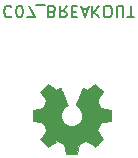
<source format=gbr>
G04 #@! TF.GenerationSoftware,KiCad,Pcbnew,5.1.5-52549c5~86~ubuntu18.04.1*
G04 #@! TF.CreationDate,2020-09-21T15:28:05-05:00*
G04 #@! TF.ProjectId,C07,4330372e-6b69-4636-9164-5f7063625858,rev?*
G04 #@! TF.SameCoordinates,Original*
G04 #@! TF.FileFunction,Legend,Bot*
G04 #@! TF.FilePolarity,Positive*
%FSLAX46Y46*%
G04 Gerber Fmt 4.6, Leading zero omitted, Abs format (unit mm)*
G04 Created by KiCad (PCBNEW 5.1.5-52549c5~86~ubuntu18.04.1) date 2020-09-21 15:28:05*
%MOMM*%
%LPD*%
G04 APERTURE LIST*
%ADD10C,0.150000*%
%ADD11C,0.010000*%
G04 APERTURE END LIST*
D10*
X23995666Y-37793657D02*
X23948047Y-37746038D01*
X23805190Y-37698419D01*
X23709952Y-37698419D01*
X23567095Y-37746038D01*
X23471857Y-37841276D01*
X23424238Y-37936514D01*
X23376619Y-38126990D01*
X23376619Y-38269847D01*
X23424238Y-38460323D01*
X23471857Y-38555561D01*
X23567095Y-38650800D01*
X23709952Y-38698419D01*
X23805190Y-38698419D01*
X23948047Y-38650800D01*
X23995666Y-38603180D01*
X24614714Y-38698419D02*
X24709952Y-38698419D01*
X24805190Y-38650800D01*
X24852809Y-38603180D01*
X24900428Y-38507942D01*
X24948047Y-38317466D01*
X24948047Y-38079371D01*
X24900428Y-37888895D01*
X24852809Y-37793657D01*
X24805190Y-37746038D01*
X24709952Y-37698419D01*
X24614714Y-37698419D01*
X24519476Y-37746038D01*
X24471857Y-37793657D01*
X24424238Y-37888895D01*
X24376619Y-38079371D01*
X24376619Y-38317466D01*
X24424238Y-38507942D01*
X24471857Y-38603180D01*
X24519476Y-38650800D01*
X24614714Y-38698419D01*
X25281380Y-38698419D02*
X25948047Y-38698419D01*
X25519476Y-37698419D01*
X26090904Y-37603180D02*
X26852809Y-37603180D01*
X27424238Y-38222228D02*
X27567095Y-38174609D01*
X27614714Y-38126990D01*
X27662333Y-38031752D01*
X27662333Y-37888895D01*
X27614714Y-37793657D01*
X27567095Y-37746038D01*
X27471857Y-37698419D01*
X27090904Y-37698419D01*
X27090904Y-38698419D01*
X27424238Y-38698419D01*
X27519476Y-38650800D01*
X27567095Y-38603180D01*
X27614714Y-38507942D01*
X27614714Y-38412704D01*
X27567095Y-38317466D01*
X27519476Y-38269847D01*
X27424238Y-38222228D01*
X27090904Y-38222228D01*
X28662333Y-37698419D02*
X28329000Y-38174609D01*
X28090904Y-37698419D02*
X28090904Y-38698419D01*
X28471857Y-38698419D01*
X28567095Y-38650800D01*
X28614714Y-38603180D01*
X28662333Y-38507942D01*
X28662333Y-38365085D01*
X28614714Y-38269847D01*
X28567095Y-38222228D01*
X28471857Y-38174609D01*
X28090904Y-38174609D01*
X29090904Y-38222228D02*
X29424238Y-38222228D01*
X29567095Y-37698419D02*
X29090904Y-37698419D01*
X29090904Y-38698419D01*
X29567095Y-38698419D01*
X29948047Y-37984133D02*
X30424238Y-37984133D01*
X29852809Y-37698419D02*
X30186142Y-38698419D01*
X30519476Y-37698419D01*
X30852809Y-37698419D02*
X30852809Y-38698419D01*
X31424238Y-37698419D02*
X30995666Y-38269847D01*
X31424238Y-38698419D02*
X30852809Y-38126990D01*
X32043285Y-38698419D02*
X32233761Y-38698419D01*
X32329000Y-38650800D01*
X32424238Y-38555561D01*
X32471857Y-38365085D01*
X32471857Y-38031752D01*
X32424238Y-37841276D01*
X32329000Y-37746038D01*
X32233761Y-37698419D01*
X32043285Y-37698419D01*
X31948047Y-37746038D01*
X31852809Y-37841276D01*
X31805190Y-38031752D01*
X31805190Y-38365085D01*
X31852809Y-38555561D01*
X31948047Y-38650800D01*
X32043285Y-38698419D01*
X32900428Y-38698419D02*
X32900428Y-37888895D01*
X32948047Y-37793657D01*
X32995666Y-37746038D01*
X33090904Y-37698419D01*
X33281380Y-37698419D01*
X33376619Y-37746038D01*
X33424238Y-37793657D01*
X33471857Y-37888895D01*
X33471857Y-38698419D01*
X33805190Y-38698419D02*
X34376619Y-38698419D01*
X34090904Y-37698419D02*
X34090904Y-38698419D01*
D11*
G36*
X29638814Y-49825869D02*
G01*
X29722635Y-49381245D01*
X30031920Y-49253747D01*
X30341206Y-49126249D01*
X30712246Y-49378554D01*
X30816157Y-49448804D01*
X30910087Y-49511528D01*
X30989652Y-49563862D01*
X31050470Y-49602943D01*
X31088157Y-49625907D01*
X31098421Y-49630858D01*
X31116910Y-49618124D01*
X31156420Y-49582918D01*
X31212522Y-49529738D01*
X31280787Y-49463082D01*
X31356786Y-49387446D01*
X31436092Y-49307328D01*
X31514275Y-49227226D01*
X31586907Y-49151636D01*
X31649559Y-49085055D01*
X31697803Y-49031982D01*
X31727210Y-48996913D01*
X31734241Y-48985177D01*
X31724123Y-48963540D01*
X31695759Y-48916138D01*
X31652129Y-48847607D01*
X31596218Y-48762585D01*
X31531006Y-48665707D01*
X31493219Y-48610450D01*
X31424343Y-48509552D01*
X31363140Y-48418501D01*
X31312578Y-48341830D01*
X31275628Y-48284072D01*
X31255258Y-48249757D01*
X31252197Y-48242546D01*
X31259136Y-48222052D01*
X31278051Y-48174287D01*
X31306087Y-48105968D01*
X31340391Y-48023811D01*
X31378109Y-47934530D01*
X31416387Y-47844842D01*
X31452370Y-47761462D01*
X31483206Y-47691106D01*
X31506039Y-47640490D01*
X31518017Y-47616329D01*
X31518724Y-47615378D01*
X31537531Y-47610764D01*
X31587618Y-47600472D01*
X31663793Y-47585513D01*
X31760865Y-47566899D01*
X31873643Y-47545641D01*
X31939442Y-47533382D01*
X32059950Y-47510438D01*
X32168797Y-47488605D01*
X32260476Y-47469078D01*
X32329481Y-47453052D01*
X32370304Y-47441721D01*
X32378511Y-47438126D01*
X32386548Y-47413794D01*
X32393033Y-47358841D01*
X32397970Y-47279692D01*
X32401364Y-47182774D01*
X32403218Y-47074513D01*
X32403538Y-46961335D01*
X32402327Y-46849665D01*
X32399590Y-46745932D01*
X32395331Y-46656559D01*
X32389555Y-46587974D01*
X32382267Y-46546603D01*
X32377895Y-46537990D01*
X32351764Y-46527667D01*
X32296393Y-46512908D01*
X32219107Y-46495448D01*
X32127230Y-46477020D01*
X32095158Y-46471059D01*
X31940524Y-46442734D01*
X31818375Y-46419924D01*
X31724673Y-46401720D01*
X31655384Y-46387217D01*
X31606471Y-46375508D01*
X31573897Y-46365685D01*
X31553628Y-46356844D01*
X31541626Y-46348076D01*
X31539947Y-46346343D01*
X31523184Y-46318429D01*
X31497614Y-46264105D01*
X31465788Y-46190023D01*
X31430260Y-46102835D01*
X31393583Y-46009192D01*
X31358311Y-45915748D01*
X31326996Y-45829153D01*
X31302193Y-45756060D01*
X31286454Y-45703122D01*
X31282332Y-45676989D01*
X31282676Y-45676074D01*
X31296641Y-45654714D01*
X31328322Y-45607716D01*
X31374391Y-45539973D01*
X31431518Y-45456377D01*
X31496373Y-45361818D01*
X31514843Y-45334946D01*
X31580699Y-45237525D01*
X31638650Y-45148637D01*
X31685538Y-45073388D01*
X31718207Y-45016880D01*
X31733500Y-44984219D01*
X31734241Y-44980207D01*
X31721392Y-44959116D01*
X31685888Y-44917336D01*
X31632293Y-44859355D01*
X31565171Y-44789665D01*
X31489087Y-44712755D01*
X31408604Y-44633117D01*
X31328287Y-44555239D01*
X31252699Y-44483614D01*
X31186405Y-44422730D01*
X31133969Y-44377079D01*
X31099955Y-44351150D01*
X31090545Y-44346917D01*
X31068643Y-44356888D01*
X31023800Y-44383780D01*
X30963321Y-44423064D01*
X30916789Y-44454683D01*
X30832475Y-44512702D01*
X30732626Y-44581016D01*
X30632473Y-44649221D01*
X30578627Y-44685725D01*
X30396371Y-44809000D01*
X30243381Y-44726280D01*
X30173682Y-44690041D01*
X30114414Y-44661874D01*
X30074311Y-44645809D01*
X30064103Y-44643574D01*
X30051829Y-44660078D01*
X30027613Y-44706718D01*
X29993263Y-44779191D01*
X29950588Y-44873194D01*
X29901394Y-44984426D01*
X29847490Y-45108585D01*
X29790684Y-45241368D01*
X29732782Y-45378473D01*
X29675593Y-45515598D01*
X29620924Y-45648442D01*
X29570584Y-45772702D01*
X29526380Y-45884075D01*
X29490119Y-45978261D01*
X29463609Y-46050956D01*
X29448658Y-46097859D01*
X29446254Y-46113967D01*
X29465311Y-46134514D01*
X29507036Y-46167867D01*
X29562706Y-46207098D01*
X29567378Y-46210201D01*
X29711264Y-46325377D01*
X29827283Y-46459747D01*
X29914430Y-46609016D01*
X29971699Y-46768887D01*
X29998086Y-46935063D01*
X29992585Y-47103248D01*
X29954190Y-47269145D01*
X29881895Y-47428458D01*
X29860626Y-47463313D01*
X29749996Y-47604063D01*
X29619302Y-47717086D01*
X29473064Y-47801797D01*
X29315808Y-47857606D01*
X29152057Y-47883926D01*
X28986333Y-47880170D01*
X28823162Y-47845750D01*
X28667065Y-47780077D01*
X28522567Y-47682565D01*
X28477869Y-47642987D01*
X28364112Y-47519097D01*
X28281218Y-47388676D01*
X28224356Y-47242485D01*
X28192687Y-47097712D01*
X28184869Y-46934940D01*
X28210938Y-46771360D01*
X28268245Y-46612502D01*
X28354144Y-46463894D01*
X28465986Y-46331065D01*
X28601123Y-46219544D01*
X28618883Y-46207789D01*
X28675150Y-46169292D01*
X28717923Y-46135937D01*
X28738372Y-46114640D01*
X28738669Y-46113967D01*
X28734279Y-46090929D01*
X28716876Y-46038643D01*
X28688268Y-45961410D01*
X28650265Y-45863532D01*
X28604674Y-45749309D01*
X28553303Y-45623042D01*
X28497962Y-45489033D01*
X28440458Y-45351582D01*
X28382601Y-45214992D01*
X28326198Y-45083563D01*
X28273058Y-44961595D01*
X28224990Y-44853391D01*
X28183801Y-44763251D01*
X28151301Y-44695477D01*
X28129297Y-44654370D01*
X28120436Y-44643574D01*
X28093360Y-44651981D01*
X28042697Y-44674528D01*
X27977183Y-44707187D01*
X27941159Y-44726280D01*
X27788168Y-44809000D01*
X27605912Y-44685725D01*
X27512875Y-44622572D01*
X27411015Y-44553073D01*
X27315562Y-44487635D01*
X27267750Y-44454683D01*
X27200505Y-44409527D01*
X27143564Y-44373743D01*
X27104354Y-44351862D01*
X27091619Y-44347237D01*
X27073083Y-44359715D01*
X27032059Y-44394548D01*
X26972525Y-44448122D01*
X26898458Y-44516817D01*
X26813835Y-44597019D01*
X26760315Y-44648514D01*
X26666681Y-44740514D01*
X26585759Y-44822801D01*
X26520823Y-44891855D01*
X26475142Y-44944156D01*
X26451989Y-44976184D01*
X26449768Y-44982684D01*
X26460076Y-45007406D01*
X26488561Y-45057395D01*
X26532063Y-45127588D01*
X26587423Y-45212925D01*
X26651480Y-45308344D01*
X26669697Y-45334946D01*
X26736073Y-45431633D01*
X26795622Y-45518683D01*
X26845016Y-45591205D01*
X26880925Y-45644307D01*
X26900019Y-45673097D01*
X26901864Y-45676074D01*
X26899105Y-45699018D01*
X26884462Y-45749464D01*
X26860487Y-45820759D01*
X26829734Y-45906253D01*
X26794756Y-45999293D01*
X26758107Y-46093226D01*
X26722339Y-46181401D01*
X26690006Y-46257166D01*
X26663662Y-46313869D01*
X26645858Y-46344857D01*
X26644593Y-46346343D01*
X26633706Y-46355199D01*
X26615318Y-46363957D01*
X26585394Y-46373523D01*
X26539897Y-46384804D01*
X26474791Y-46398707D01*
X26386039Y-46416137D01*
X26269607Y-46438002D01*
X26121458Y-46465209D01*
X26089382Y-46471059D01*
X25994314Y-46489426D01*
X25911435Y-46507395D01*
X25848070Y-46523231D01*
X25811542Y-46535200D01*
X25806644Y-46537990D01*
X25798573Y-46562728D01*
X25792013Y-46618010D01*
X25786967Y-46697411D01*
X25783441Y-46794504D01*
X25781439Y-46902862D01*
X25780964Y-47016060D01*
X25782023Y-47127672D01*
X25784618Y-47231271D01*
X25788754Y-47320432D01*
X25794437Y-47388728D01*
X25801669Y-47429734D01*
X25806029Y-47438126D01*
X25830302Y-47446592D01*
X25885574Y-47460365D01*
X25966338Y-47478250D01*
X26067088Y-47499052D01*
X26182317Y-47521577D01*
X26245098Y-47533382D01*
X26364213Y-47555649D01*
X26470435Y-47575821D01*
X26558573Y-47592885D01*
X26623434Y-47605831D01*
X26659826Y-47613645D01*
X26665816Y-47615378D01*
X26675939Y-47634910D01*
X26697338Y-47681957D01*
X26727161Y-47749797D01*
X26762555Y-47831709D01*
X26800668Y-47920972D01*
X26838647Y-48010865D01*
X26873640Y-48094665D01*
X26902794Y-48165653D01*
X26923257Y-48217106D01*
X26932177Y-48242303D01*
X26932343Y-48243404D01*
X26922231Y-48263281D01*
X26893883Y-48309023D01*
X26850277Y-48376083D01*
X26794394Y-48459916D01*
X26729213Y-48555974D01*
X26691321Y-48611150D01*
X26622275Y-48712319D01*
X26560950Y-48804170D01*
X26510337Y-48882056D01*
X26473429Y-48941331D01*
X26453218Y-48977349D01*
X26450299Y-48985423D01*
X26462847Y-49004216D01*
X26497537Y-49044343D01*
X26549937Y-49101307D01*
X26615616Y-49170615D01*
X26690144Y-49247769D01*
X26769087Y-49328275D01*
X26848017Y-49407637D01*
X26922500Y-49481360D01*
X26988106Y-49544948D01*
X27040404Y-49593906D01*
X27074961Y-49623739D01*
X27086522Y-49630858D01*
X27105346Y-49620847D01*
X27150369Y-49592722D01*
X27217213Y-49549346D01*
X27301501Y-49493582D01*
X27398856Y-49428294D01*
X27472293Y-49378554D01*
X27843333Y-49126249D01*
X28461905Y-49381245D01*
X28545725Y-49825869D01*
X28629546Y-50270493D01*
X29554994Y-50270493D01*
X29638814Y-49825869D01*
G37*
X29638814Y-49825869D02*
X29722635Y-49381245D01*
X30031920Y-49253747D01*
X30341206Y-49126249D01*
X30712246Y-49378554D01*
X30816157Y-49448804D01*
X30910087Y-49511528D01*
X30989652Y-49563862D01*
X31050470Y-49602943D01*
X31088157Y-49625907D01*
X31098421Y-49630858D01*
X31116910Y-49618124D01*
X31156420Y-49582918D01*
X31212522Y-49529738D01*
X31280787Y-49463082D01*
X31356786Y-49387446D01*
X31436092Y-49307328D01*
X31514275Y-49227226D01*
X31586907Y-49151636D01*
X31649559Y-49085055D01*
X31697803Y-49031982D01*
X31727210Y-48996913D01*
X31734241Y-48985177D01*
X31724123Y-48963540D01*
X31695759Y-48916138D01*
X31652129Y-48847607D01*
X31596218Y-48762585D01*
X31531006Y-48665707D01*
X31493219Y-48610450D01*
X31424343Y-48509552D01*
X31363140Y-48418501D01*
X31312578Y-48341830D01*
X31275628Y-48284072D01*
X31255258Y-48249757D01*
X31252197Y-48242546D01*
X31259136Y-48222052D01*
X31278051Y-48174287D01*
X31306087Y-48105968D01*
X31340391Y-48023811D01*
X31378109Y-47934530D01*
X31416387Y-47844842D01*
X31452370Y-47761462D01*
X31483206Y-47691106D01*
X31506039Y-47640490D01*
X31518017Y-47616329D01*
X31518724Y-47615378D01*
X31537531Y-47610764D01*
X31587618Y-47600472D01*
X31663793Y-47585513D01*
X31760865Y-47566899D01*
X31873643Y-47545641D01*
X31939442Y-47533382D01*
X32059950Y-47510438D01*
X32168797Y-47488605D01*
X32260476Y-47469078D01*
X32329481Y-47453052D01*
X32370304Y-47441721D01*
X32378511Y-47438126D01*
X32386548Y-47413794D01*
X32393033Y-47358841D01*
X32397970Y-47279692D01*
X32401364Y-47182774D01*
X32403218Y-47074513D01*
X32403538Y-46961335D01*
X32402327Y-46849665D01*
X32399590Y-46745932D01*
X32395331Y-46656559D01*
X32389555Y-46587974D01*
X32382267Y-46546603D01*
X32377895Y-46537990D01*
X32351764Y-46527667D01*
X32296393Y-46512908D01*
X32219107Y-46495448D01*
X32127230Y-46477020D01*
X32095158Y-46471059D01*
X31940524Y-46442734D01*
X31818375Y-46419924D01*
X31724673Y-46401720D01*
X31655384Y-46387217D01*
X31606471Y-46375508D01*
X31573897Y-46365685D01*
X31553628Y-46356844D01*
X31541626Y-46348076D01*
X31539947Y-46346343D01*
X31523184Y-46318429D01*
X31497614Y-46264105D01*
X31465788Y-46190023D01*
X31430260Y-46102835D01*
X31393583Y-46009192D01*
X31358311Y-45915748D01*
X31326996Y-45829153D01*
X31302193Y-45756060D01*
X31286454Y-45703122D01*
X31282332Y-45676989D01*
X31282676Y-45676074D01*
X31296641Y-45654714D01*
X31328322Y-45607716D01*
X31374391Y-45539973D01*
X31431518Y-45456377D01*
X31496373Y-45361818D01*
X31514843Y-45334946D01*
X31580699Y-45237525D01*
X31638650Y-45148637D01*
X31685538Y-45073388D01*
X31718207Y-45016880D01*
X31733500Y-44984219D01*
X31734241Y-44980207D01*
X31721392Y-44959116D01*
X31685888Y-44917336D01*
X31632293Y-44859355D01*
X31565171Y-44789665D01*
X31489087Y-44712755D01*
X31408604Y-44633117D01*
X31328287Y-44555239D01*
X31252699Y-44483614D01*
X31186405Y-44422730D01*
X31133969Y-44377079D01*
X31099955Y-44351150D01*
X31090545Y-44346917D01*
X31068643Y-44356888D01*
X31023800Y-44383780D01*
X30963321Y-44423064D01*
X30916789Y-44454683D01*
X30832475Y-44512702D01*
X30732626Y-44581016D01*
X30632473Y-44649221D01*
X30578627Y-44685725D01*
X30396371Y-44809000D01*
X30243381Y-44726280D01*
X30173682Y-44690041D01*
X30114414Y-44661874D01*
X30074311Y-44645809D01*
X30064103Y-44643574D01*
X30051829Y-44660078D01*
X30027613Y-44706718D01*
X29993263Y-44779191D01*
X29950588Y-44873194D01*
X29901394Y-44984426D01*
X29847490Y-45108585D01*
X29790684Y-45241368D01*
X29732782Y-45378473D01*
X29675593Y-45515598D01*
X29620924Y-45648442D01*
X29570584Y-45772702D01*
X29526380Y-45884075D01*
X29490119Y-45978261D01*
X29463609Y-46050956D01*
X29448658Y-46097859D01*
X29446254Y-46113967D01*
X29465311Y-46134514D01*
X29507036Y-46167867D01*
X29562706Y-46207098D01*
X29567378Y-46210201D01*
X29711264Y-46325377D01*
X29827283Y-46459747D01*
X29914430Y-46609016D01*
X29971699Y-46768887D01*
X29998086Y-46935063D01*
X29992585Y-47103248D01*
X29954190Y-47269145D01*
X29881895Y-47428458D01*
X29860626Y-47463313D01*
X29749996Y-47604063D01*
X29619302Y-47717086D01*
X29473064Y-47801797D01*
X29315808Y-47857606D01*
X29152057Y-47883926D01*
X28986333Y-47880170D01*
X28823162Y-47845750D01*
X28667065Y-47780077D01*
X28522567Y-47682565D01*
X28477869Y-47642987D01*
X28364112Y-47519097D01*
X28281218Y-47388676D01*
X28224356Y-47242485D01*
X28192687Y-47097712D01*
X28184869Y-46934940D01*
X28210938Y-46771360D01*
X28268245Y-46612502D01*
X28354144Y-46463894D01*
X28465986Y-46331065D01*
X28601123Y-46219544D01*
X28618883Y-46207789D01*
X28675150Y-46169292D01*
X28717923Y-46135937D01*
X28738372Y-46114640D01*
X28738669Y-46113967D01*
X28734279Y-46090929D01*
X28716876Y-46038643D01*
X28688268Y-45961410D01*
X28650265Y-45863532D01*
X28604674Y-45749309D01*
X28553303Y-45623042D01*
X28497962Y-45489033D01*
X28440458Y-45351582D01*
X28382601Y-45214992D01*
X28326198Y-45083563D01*
X28273058Y-44961595D01*
X28224990Y-44853391D01*
X28183801Y-44763251D01*
X28151301Y-44695477D01*
X28129297Y-44654370D01*
X28120436Y-44643574D01*
X28093360Y-44651981D01*
X28042697Y-44674528D01*
X27977183Y-44707187D01*
X27941159Y-44726280D01*
X27788168Y-44809000D01*
X27605912Y-44685725D01*
X27512875Y-44622572D01*
X27411015Y-44553073D01*
X27315562Y-44487635D01*
X27267750Y-44454683D01*
X27200505Y-44409527D01*
X27143564Y-44373743D01*
X27104354Y-44351862D01*
X27091619Y-44347237D01*
X27073083Y-44359715D01*
X27032059Y-44394548D01*
X26972525Y-44448122D01*
X26898458Y-44516817D01*
X26813835Y-44597019D01*
X26760315Y-44648514D01*
X26666681Y-44740514D01*
X26585759Y-44822801D01*
X26520823Y-44891855D01*
X26475142Y-44944156D01*
X26451989Y-44976184D01*
X26449768Y-44982684D01*
X26460076Y-45007406D01*
X26488561Y-45057395D01*
X26532063Y-45127588D01*
X26587423Y-45212925D01*
X26651480Y-45308344D01*
X26669697Y-45334946D01*
X26736073Y-45431633D01*
X26795622Y-45518683D01*
X26845016Y-45591205D01*
X26880925Y-45644307D01*
X26900019Y-45673097D01*
X26901864Y-45676074D01*
X26899105Y-45699018D01*
X26884462Y-45749464D01*
X26860487Y-45820759D01*
X26829734Y-45906253D01*
X26794756Y-45999293D01*
X26758107Y-46093226D01*
X26722339Y-46181401D01*
X26690006Y-46257166D01*
X26663662Y-46313869D01*
X26645858Y-46344857D01*
X26644593Y-46346343D01*
X26633706Y-46355199D01*
X26615318Y-46363957D01*
X26585394Y-46373523D01*
X26539897Y-46384804D01*
X26474791Y-46398707D01*
X26386039Y-46416137D01*
X26269607Y-46438002D01*
X26121458Y-46465209D01*
X26089382Y-46471059D01*
X25994314Y-46489426D01*
X25911435Y-46507395D01*
X25848070Y-46523231D01*
X25811542Y-46535200D01*
X25806644Y-46537990D01*
X25798573Y-46562728D01*
X25792013Y-46618010D01*
X25786967Y-46697411D01*
X25783441Y-46794504D01*
X25781439Y-46902862D01*
X25780964Y-47016060D01*
X25782023Y-47127672D01*
X25784618Y-47231271D01*
X25788754Y-47320432D01*
X25794437Y-47388728D01*
X25801669Y-47429734D01*
X25806029Y-47438126D01*
X25830302Y-47446592D01*
X25885574Y-47460365D01*
X25966338Y-47478250D01*
X26067088Y-47499052D01*
X26182317Y-47521577D01*
X26245098Y-47533382D01*
X26364213Y-47555649D01*
X26470435Y-47575821D01*
X26558573Y-47592885D01*
X26623434Y-47605831D01*
X26659826Y-47613645D01*
X26665816Y-47615378D01*
X26675939Y-47634910D01*
X26697338Y-47681957D01*
X26727161Y-47749797D01*
X26762555Y-47831709D01*
X26800668Y-47920972D01*
X26838647Y-48010865D01*
X26873640Y-48094665D01*
X26902794Y-48165653D01*
X26923257Y-48217106D01*
X26932177Y-48242303D01*
X26932343Y-48243404D01*
X26922231Y-48263281D01*
X26893883Y-48309023D01*
X26850277Y-48376083D01*
X26794394Y-48459916D01*
X26729213Y-48555974D01*
X26691321Y-48611150D01*
X26622275Y-48712319D01*
X26560950Y-48804170D01*
X26510337Y-48882056D01*
X26473429Y-48941331D01*
X26453218Y-48977349D01*
X26450299Y-48985423D01*
X26462847Y-49004216D01*
X26497537Y-49044343D01*
X26549937Y-49101307D01*
X26615616Y-49170615D01*
X26690144Y-49247769D01*
X26769087Y-49328275D01*
X26848017Y-49407637D01*
X26922500Y-49481360D01*
X26988106Y-49544948D01*
X27040404Y-49593906D01*
X27074961Y-49623739D01*
X27086522Y-49630858D01*
X27105346Y-49620847D01*
X27150369Y-49592722D01*
X27217213Y-49549346D01*
X27301501Y-49493582D01*
X27398856Y-49428294D01*
X27472293Y-49378554D01*
X27843333Y-49126249D01*
X28461905Y-49381245D01*
X28545725Y-49825869D01*
X28629546Y-50270493D01*
X29554994Y-50270493D01*
X29638814Y-49825869D01*
M02*

</source>
